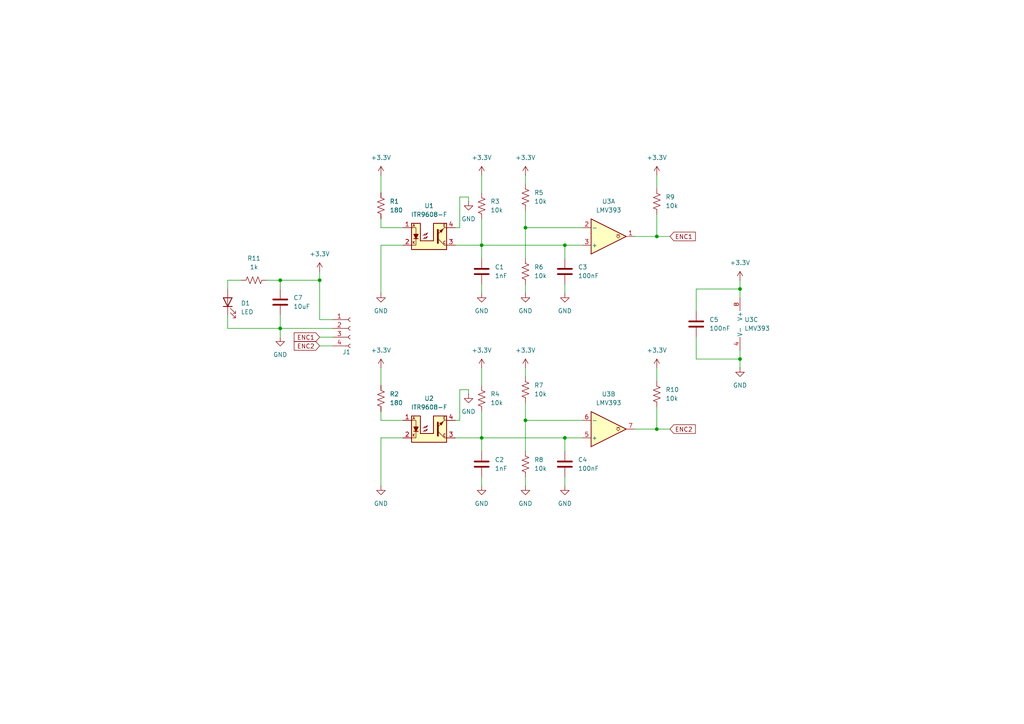
<source format=kicad_sch>
(kicad_sch (version 20250114) (generator "eeschema") (generator_version "9.0")
  (paper "A4")
  (title_block (title "IMU-RC Car Encoders Schematic") (date "2025-04-18") (rev "1") (company "ESTG-IPL"))
  (lib_symbols
    (symbol "Comparator:LMV393" (pin_names (offset 0.127))
      (property "Reference" "U" (at 3.81 3.81 0))
      (property "Value" "LMV393" (at 6.35 -3.81 0))
      (symbol "LMV393_1_1"
        (polyline (pts (xy -5.08 5.08) (xy 5.08 0) (xy -5.08 -5.08) (xy -5.08 5.08)) (stroke (width 0.254)) (fill (type background)))
        (polyline (pts (xy 3.302 -0.508) (xy 2.794 -0.508) (xy 3.302 0) (xy 2.794 0.508) (xy 2.286 0) (xy 2.794 -0.508) (xy 2.286 -0.508)) (stroke (width 0.127)))
        (pin input line (at -7.62 2.54 0) (length 2.54) (name "+") (number "3"))
        (pin input line (at -7.62 -2.54 0) (length 2.54) (name "-") (number "2"))
        (pin open_collector line (at 7.62 0 180) (length 2.54) (name "~") (number "1"))
      )
      (symbol "LMV393_2_1"
        (polyline (pts (xy -5.08 5.08) (xy 5.08 0) (xy -5.08 -5.08) (xy -5.08 5.08)) (stroke (width 0.254)) (fill (type background)))
        (polyline (pts (xy 3.302 -0.508) (xy 2.794 -0.508) (xy 3.302 0) (xy 2.794 0.508) (xy 2.286 0) (xy 2.794 -0.508) (xy 2.286 -0.508)) (stroke (width 0.127)))
        (pin input line (at -7.62 2.54 0) (length 2.54) (name "+") (number "5"))
        (pin input line (at -7.62 -2.54 0) (length 2.54) (name "-") (number "6"))
        (pin open_collector line (at 7.62 0 180) (length 2.54) (name "~") (number "7"))
      )
      (symbol "LMV393_3_1"
        (pin power_in line (at -2.54 7.62 270) (length 3.81) (name "V+") (number "8"))
        (pin power_in line (at -2.54 -7.62 90) (length 3.81) (name "V-") (number "4"))
      )
    )
    (symbol "Connector:Conn_01x04_Socket" (pin_names (offset 1.016) (hide yes))
      (property "Reference" "J" (at 0 5.08 0))
      (property "Value" "Conn_01x04_Socket" (at 0 -7.62 0))
      (symbol "Conn_01x04_Socket_1_1"
        (polyline (pts (xy -1.27 2.54) (xy -0.508 2.54)) (stroke (width 0.1524)))
        (polyline (pts (xy -1.27 0) (xy -0.508 0)) (stroke (width 0.1524)))
        (polyline (pts (xy -1.27 -2.54) (xy -0.508 -2.54)) (stroke (width 0.1524)))
        (polyline (pts (xy -1.27 -5.08) (xy -0.508 -5.08)) (stroke (width 0.1524)))
        (arc (start 0 2.032) (mid -0.5058 2.54) (end 0 3.048) (stroke (width 0.1524)))
        (arc (start 0 -0.508) (mid -0.5058 0) (end 0 0.508) (stroke (width 0.1524)))
        (arc (start 0 -3.048) (mid -0.5058 -2.54) (end 0 -2.032) (stroke (width 0.1524)))
        (arc (start 0 -5.588) (mid -0.5058 -5.08) (end 0 -4.572) (stroke (width 0.1524)))
        (pin passive line (at -5.08 2.54 0) (length 3.81) (name "Pin_1") (number "1"))
        (pin passive line (at -5.08 0 0) (length 3.81) (name "Pin_2") (number "2"))
        (pin passive line (at -5.08 -2.54 0) (length 3.81) (name "Pin_3") (number "3"))
        (pin passive line (at -5.08 -5.08 0) (length 3.81) (name "Pin_4") (number "4"))
      )
    )
    (symbol "Device:C" (pin_numbers (hide yes)) (pin_names (offset 0.254))
      (property "Reference" "C" (at 0.635 2.54 0))
      (property "Value" "C" (at 0.635 -2.54 0))
      (symbol "C_0_1"
        (polyline (pts (xy -2.032 0.762) (xy 2.032 0.762)) (stroke (width 0.508)))
        (polyline (pts (xy -2.032 -0.762) (xy 2.032 -0.762)) (stroke (width 0.508)))
      )
      (symbol "C_1_1"
        (pin passive line (at 0 3.81 270) (length 2.794) (name "~") (number "1"))
        (pin passive line (at 0 -3.81 90) (length 2.794) (name "~") (number "2"))
      )
    )
    (symbol "Device:LED" (pin_numbers (hide yes)) (pin_names (offset 1.016) (hide yes))
      (property "Reference" "D" (at 0 2.54 0))
      (property "Value" "LED" (at 0 -2.54 0))
      (symbol "LED_0_1"
        (polyline (pts (xy -3.048 -0.762) (xy -4.572 -2.286) (xy -3.81 -2.286) (xy -4.572 -2.286) (xy -4.572 -1.524)))
        (polyline (pts (xy -1.778 -0.762) (xy -3.302 -2.286) (xy -2.54 -2.286) (xy -3.302 -2.286) (xy -3.302 -1.524)))
        (polyline (pts (xy -1.27 0) (xy 1.27 0)))
        (polyline (pts (xy -1.27 -1.27) (xy -1.27 1.27)) (stroke (width 0.254)))
        (polyline (pts (xy 1.27 -1.27) (xy 1.27 1.27) (xy -1.27 0) (xy 1.27 -1.27)) (stroke (width 0.254)))
      )
      (symbol "LED_1_1"
        (pin passive line (at -3.81 0 0) (length 2.54) (name "K") (number "1"))
        (pin passive line (at 3.81 0 180) (length 2.54) (name "A") (number "2"))
      )
    )
    (symbol "Device:R_US" (pin_numbers (hide yes)) (pin_names (offset 0))
      (property "Reference" "R" (at 2.54 0 90))
      (property "Value" "R_US" (at -2.54 0 90))
      (symbol "R_US_0_1"
        (polyline (pts (xy 0 2.286) (xy 0 2.54)))
        (polyline (pts (xy 0 2.286) (xy 1.016 1.905) (xy 0 1.524) (xy -1.016 1.143) (xy 0 0.762)))
        (polyline (pts (xy 0 0.762) (xy 1.016 0.381) (xy 0 0) (xy -1.016 -0.381) (xy 0 -0.762)))
        (polyline (pts (xy 0 -0.762) (xy 1.016 -1.143) (xy 0 -1.524) (xy -1.016 -1.905) (xy 0 -2.286)))
        (polyline (pts (xy 0 -2.286) (xy 0 -2.54)))
      )
      (symbol "R_US_1_1"
        (pin passive line (at 0 3.81 270) (length 1.27) (name "~") (number "1"))
        (pin passive line (at 0 -3.81 90) (length 1.27) (name "~") (number "2"))
      )
    )
    (symbol "Sensor_Proximity:ITR9608-F"
      (property "Reference" "U" (at -5.08 5.08 0))
      (property "Value" "ITR9608-F" (at 0 -5.08 0))
      (symbol "ITR9608-F_0_0"
        (text "A" (at -4.445 3.175 0) (effects (font (size 0.762 0.762))))
        (text "K" (at -4.445 -1.778 0) (effects (font (size 0.762 0.762))))
        (text "E" (at 4.445 3.175 0) (effects (font (size 0.762 0.762))))
        (text "C" (at 4.445 -1.778 0) (effects (font (size 0.762 0.762))))
      )
      (symbol "ITR9608-F_0_1"
        (polyline (pts (xy -5.08 3.81) (xy -5.08 -3.81) (xy 5.08 -3.81) (xy 5.08 3.81) (xy 1.27 3.81) (xy 1.27 -1.27) (xy -2.54 -1.27) (xy -2.54 3.81) (xy -5.08 3.81)) (stroke (width 0.254)) (fill (type background)))
        (polyline (pts (xy -5.08 2.54) (xy -3.81 2.54) (xy -3.81 0.635)))
        (polyline (pts (xy -5.08 -2.54) (xy -3.81 -2.54) (xy -3.81 -0.635)))
        (polyline (pts (xy -4.445 -0.635) (xy -3.175 -0.635)) (stroke (width 0.254)))
        (polyline (pts (xy -3.81 -0.635) (xy -4.445 0.635) (xy -3.175 0.635) (xy -3.81 -0.635)) (stroke (width 0.254)) (fill (type outline)))
        (polyline (pts (xy -1.778 0.254) (xy -1.2446 0.762) (xy -1.2446 0.254) (xy -0.4826 1.016)))
        (polyline (pts (xy -1.778 -0.762) (xy -1.2446 -0.254) (xy -1.2446 -0.762) (xy -0.4826 0) (xy -0.9906 -0.254) (xy -0.7366 -0.508) (xy -0.4826 0)))
        (polyline (pts (xy -0.4826 1.016) (xy -0.9906 0.762) (xy -0.7366 0.508) (xy -0.4826 1.016)))
        (polyline (pts (xy 2.54 -0.635) (xy 4.445 -2.54)))
        (polyline (pts (xy 2.54 -1.905) (xy 2.54 1.905) (xy 2.54 1.905)) (stroke (width 0.508)))
        (polyline (pts (xy 3.048 1.651) (xy 3.556 1.143) (xy 4.064 2.159) (xy 3.048 1.651) (xy 3.048 1.651)) (fill (type outline)))
        (polyline (pts (xy 4.445 2.54) (xy 2.54 0.635)) (fill (type outline)))
        (polyline (pts (xy 4.445 2.54) (xy 5.08 2.54)))
        (polyline (pts (xy 4.445 -2.54) (xy 5.08 -2.54)))
      )
      (symbol "ITR9608-F_1_1"
        (pin passive line (at -7.62 2.54 0) (length 2.54) (name "~") (number "1"))
        (pin passive line (at -7.62 -2.54 0) (length 2.54) (name "~") (number "2"))
        (pin open_emitter line (at 7.62 2.54 180) (length 2.54) (name "~") (number "4"))
        (pin open_collector line (at 7.62 -2.54 180) (length 2.54) (name "~") (number "3"))
      )
    )
    (symbol "power:+3.3V" (power) (pin_numbers (hide yes)) (pin_names (offset 0) (hide yes))
      (property "Value" "+3.3V" (at 0 3.556 0))
      (symbol "+3.3V_0_1"
        (polyline (pts (xy -0.762 1.27) (xy 0 2.54)))
        (polyline (pts (xy 0 2.54) (xy 0.762 1.27)))
        (polyline (pts (xy 0 0) (xy 0 2.54)))
      )
      (symbol "+3.3V_1_1"
        (pin power_in line (at 0 0 90) (length 0) (name "~") (number "1"))
      )
    )
    (symbol "power:GND" (power) (pin_numbers (hide yes)) (pin_names (offset 0) (hide yes))
      (property "Value" "GND" (at 0 -3.81 0))
      (symbol "GND_0_1"
        (polyline (pts (xy 0 0) (xy 0 -1.27) (xy 1.27 -1.27) (xy 0 -2.54) (xy -1.27 -1.27) (xy 0 -1.27)))
      )
      (symbol "GND_1_1"
        (pin power_in line (at 0 0 270) (length 0) (name "~") (number "1"))
      )
    )
  )
  (junction (at 152.4 66.04))
  (junction (at 190.5 68.58))
  (junction (at 163.83 127))
  (junction (at 81.28 81.28))
  (junction (at 163.83 71.12))
  (junction (at 152.4 121.92))
  (junction (at 81.28 95.25))
  (junction (at 214.63 83.82))
  (junction (at 92.71 81.28))
  (junction (at 214.63 104.14))
  (junction (at 139.7 71.12))
  (junction (at 139.7 127))
  (junction (at 190.5 124.46))
  (wire (pts (xy 132.08 121.92) (xy 133.35 121.92)))
  (wire (pts (xy 110.49 140.97) (xy 110.49 127)))
  (wire (pts (xy 110.49 121.92) (xy 110.49 119.38)))
  (wire (pts (xy 214.63 104.14) (xy 214.63 106.68)))
  (wire (pts (xy 92.71 100.33) (xy 96.52 100.33)))
  (wire (pts (xy 190.5 124.46) (xy 190.5 118.11)))
  (wire (pts (xy 133.35 66.04) (xy 133.35 57.15)))
  (wire (pts (xy 201.93 90.17) (xy 201.93 83.82)))
  (wire (pts (xy 110.49 66.04) (xy 110.49 63.5)))
  (wire (pts (xy 139.7 71.12) (xy 139.7 74.93)))
  (wire (pts (xy 139.7 71.12) (xy 139.7 63.5)))
  (wire (pts (xy 110.49 71.12) (xy 116.84 71.12)))
  (wire (pts (xy 139.7 50.8) (xy 139.7 55.88)))
  (wire (pts (xy 139.7 127) (xy 139.7 119.38)))
  (wire (pts (xy 152.4 121.92) (xy 168.91 121.92)))
  (wire (pts (xy 96.52 92.71) (xy 92.71 92.71)))
  (wire (pts (xy 152.4 50.8) (xy 152.4 53.34)))
  (wire (pts (xy 133.35 121.92) (xy 133.35 113.03)))
  (wire (pts (xy 214.63 83.82) (xy 214.63 86.36)))
  (wire (pts (xy 184.15 124.46) (xy 190.5 124.46)))
  (wire (pts (xy 163.83 138.43) (xy 163.83 140.97)))
  (wire (pts (xy 139.7 127) (xy 139.7 130.81)))
  (wire (pts (xy 184.15 68.58) (xy 190.5 68.58)))
  (wire (pts (xy 163.83 127) (xy 163.83 130.81)))
  (wire (pts (xy 139.7 82.55) (xy 139.7 85.09)))
  (wire (pts (xy 135.89 113.03) (xy 135.89 114.3)))
  (wire (pts (xy 201.93 104.14) (xy 214.63 104.14)))
  (wire (pts (xy 152.4 116.84) (xy 152.4 121.92)))
  (wire (pts (xy 66.04 83.82) (xy 66.04 81.28)))
  (wire (pts (xy 190.5 50.8) (xy 190.5 54.61)))
  (wire (pts (xy 152.4 82.55) (xy 152.4 85.09)))
  (wire (pts (xy 163.83 127) (xy 168.91 127)))
  (wire (pts (xy 92.71 92.71) (xy 92.71 81.28)))
  (wire (pts (xy 135.89 57.15) (xy 135.89 58.42)))
  (wire (pts (xy 110.49 106.68) (xy 110.49 111.76)))
  (wire (pts (xy 132.08 71.12) (xy 139.7 71.12)))
  (wire (pts (xy 81.28 81.28) (xy 92.71 81.28)))
  (wire (pts (xy 139.7 138.43) (xy 139.7 140.97)))
  (wire (pts (xy 152.4 66.04) (xy 168.91 66.04)))
  (wire (pts (xy 152.4 106.68) (xy 152.4 109.22)))
  (wire (pts (xy 152.4 121.92) (xy 152.4 130.81)))
  (wire (pts (xy 201.93 97.79) (xy 201.93 104.14)))
  (wire (pts (xy 190.5 106.68) (xy 190.5 110.49)))
  (wire (pts (xy 201.93 83.82) (xy 214.63 83.82)))
  (wire (pts (xy 116.84 66.04) (xy 110.49 66.04)))
  (wire (pts (xy 133.35 57.15) (xy 135.89 57.15)))
  (wire (pts (xy 214.63 81.28) (xy 214.63 83.82)))
  (wire (pts (xy 92.71 97.79) (xy 96.52 97.79)))
  (wire (pts (xy 190.5 124.46) (xy 194.31 124.46)))
  (wire (pts (xy 190.5 68.58) (xy 190.5 62.23)))
  (wire (pts (xy 66.04 95.25) (xy 81.28 95.25)))
  (wire (pts (xy 152.4 138.43) (xy 152.4 140.97)))
  (wire (pts (xy 81.28 91.44) (xy 81.28 95.25)))
  (wire (pts (xy 116.84 121.92) (xy 110.49 121.92)))
  (wire (pts (xy 163.83 71.12) (xy 168.91 71.12)))
  (wire (pts (xy 132.08 66.04) (xy 133.35 66.04)))
  (wire (pts (xy 132.08 127) (xy 139.7 127)))
  (wire (pts (xy 66.04 91.44) (xy 66.04 95.25)))
  (wire (pts (xy 110.49 50.8) (xy 110.49 55.88)))
  (wire (pts (xy 163.83 71.12) (xy 163.83 74.93)))
  (wire (pts (xy 66.04 81.28) (xy 69.85 81.28)))
  (wire (pts (xy 152.4 66.04) (xy 152.4 74.93)))
  (wire (pts (xy 81.28 95.25) (xy 96.52 95.25)))
  (wire (pts (xy 110.49 127) (xy 116.84 127)))
  (wire (pts (xy 190.5 68.58) (xy 194.31 68.58)))
  (wire (pts (xy 133.35 113.03) (xy 135.89 113.03)))
  (wire (pts (xy 152.4 60.96) (xy 152.4 66.04)))
  (wire (pts (xy 81.28 97.79) (xy 81.28 95.25)))
  (wire (pts (xy 110.49 71.12) (xy 110.49 85.09)))
  (wire (pts (xy 214.63 104.14) (xy 214.63 101.6)))
  (wire (pts (xy 139.7 127) (xy 163.83 127)))
  (wire (pts (xy 77.47 81.28) (xy 81.28 81.28)))
  (wire (pts (xy 139.7 106.68) (xy 139.7 111.76)))
  (wire (pts (xy 139.7 71.12) (xy 163.83 71.12)))
  (wire (pts (xy 92.71 81.28) (xy 92.71 78.74)))
  (wire (pts (xy 163.83 82.55) (xy 163.83 85.09)))
  (wire (pts (xy 81.28 83.82) (xy 81.28 81.28)))
  (global_label "ENC1" (shape input) (at 194.31 68.58 0) (property "Intersheetrefs" "${INTERSHEET_REFS}" (effects (hide yes))))
  (global_label "ENC1" (shape input) (at 92.71 97.79 180) (property "Intersheetrefs" "${INTERSHEET_REFS}" (effects (hide yes))))
  (global_label "ENC2" (shape input) (at 92.71 100.33 180) (property "Intersheetrefs" "${INTERSHEET_REFS}" (effects (hide yes))))
  (global_label "ENC2" (shape input) (at 194.31 124.46 0) (property "Intersheetrefs" "${INTERSHEET_REFS}" (effects (hide yes))))
  (symbol (lib_id "power:GND") (at 163.83 140.97 0) (unit 1)
    (property "Reference" "#PWR016" (effects (hide yes)))
    (property "Value" "GND" (at 163.83 146.05 0))
    (property "Description" "Power symbol creates a global label with name \"GND\" , ground" (effects (hide yes)))
  )
  (symbol (lib_id "Device:R_US") (at 110.49 115.57 0) (unit 1)
    (property "Reference" "R2" (at 113.03 114.2999 0) (effects (justify left)))
    (property "Value" "180" (at 113.03 116.8399 0) (effects (justify left)))
    (property "Footprint" "Resistor_SMD:R_0805_2012Metric" (effects (hide yes)))
    (property "Description" "Resistor, US symbol" (effects (hide yes)))
  )
  (symbol (lib_id "Device:C") (at 139.7 78.74 0) (unit 1)
    (property "Reference" "C1" (at 143.51 77.4699 0) (effects (justify left)))
    (property "Value" "1nF" (at 143.51 80.0099 0) (effects (justify left)))
    (property "Footprint" "Capacitor_SMD:C_0805_2012Metric" (effects (hide yes)))
    (property "Description" "Unpolarized capacitor" (effects (hide yes)))
  )
  (symbol (lib_id "Comparator:LMV393") (at 176.53 68.58 0) (mirror x) (unit 1)
    (property "Reference" "U3" (at 176.53 58.42 0))
    (property "Value" "LMV393" (at 176.53 60.96 0))
    (property "Footprint" "Package_SO:SOIC-8_3.9x4.9mm_P1.27mm" (effects (hide yes)))
    (property "Datasheet" "http://www.ti.com/lit/ds/symlink/lmv331.pdf" (effects (hide yes)))
    (property "Description" "Dual General-Purpose Low-Voltage Comparator, SOIC-8/TSSOP-8/VSSOP-8" (effects (hide yes)))
  )
  (symbol (lib_id "Device:R_US") (at 110.49 59.69 0) (unit 1)
    (property "Reference" "R1" (at 113.03 58.4199 0) (effects (justify left)))
    (property "Value" "180" (at 113.03 60.9599 0) (effects (justify left)))
    (property "Footprint" "Resistor_SMD:R_0805_2012Metric" (effects (hide yes)))
    (property "Description" "Resistor, US symbol" (effects (hide yes)))
  )
  (symbol (lib_id "power:GND") (at 152.4 85.09 0) (unit 1)
    (property "Reference" "#PWR012" (effects (hide yes)))
    (property "Value" "GND" (at 152.4 90.17 0))
    (property "Description" "Power symbol creates a global label with name \"GND\" , ground" (effects (hide yes)))
  )
  (symbol (lib_id "power:GND") (at 139.7 85.09 0) (unit 1)
    (property "Reference" "#PWR09" (effects (hide yes)))
    (property "Value" "GND" (at 139.7 90.17 0))
    (property "Description" "Power symbol creates a global label with name \"GND\" , ground" (effects (hide yes)))
  )
  (symbol (lib_id "Comparator:LMV393") (at 217.17 93.98 0) (unit 3)
    (property "Reference" "U3" (at 215.9 92.7099 0) (effects (justify left)))
    (property "Value" "LMV393" (at 215.9 95.2499 0) (effects (justify left)))
    (property "Footprint" "Package_SO:SOIC-8_3.9x4.9mm_P1.27mm" (effects (hide yes)))
    (property "Datasheet" "http://www.ti.com/lit/ds/symlink/lmv331.pdf" (effects (hide yes)))
    (property "Description" "Dual General-Purpose Low-Voltage Comparator, SOIC-8/TSSOP-8/VSSOP-8" (effects (hide yes)))
  )
  (symbol (lib_id "Device:R_US") (at 73.66 81.28 90) (unit 1)
    (property "Reference" "R11" (at 73.66 74.93 90))
    (property "Value" "1k" (at 73.66 77.47 90))
    (property "Footprint" "Resistor_SMD:R_0805_2012Metric" (effects (hide yes)))
    (property "Description" "Resistor, US symbol" (effects (hide yes)))
  )
  (symbol (lib_id "power:+3.3V") (at 214.63 81.28 0) (unit 1)
    (property "Reference" "#PWR020" (effects (hide yes)))
    (property "Value" "+3.3V" (at 214.63 76.2 0))
    (property "Description" "Power symbol creates a global label with name \"+3.3V\"" (effects (hide yes)))
  )
  (symbol (lib_id "power:+3.3V") (at 152.4 106.68 0) (unit 1)
    (property "Reference" "#PWR013" (effects (hide yes)))
    (property "Value" "+3.3V" (at 152.4 101.6 0))
    (property "Description" "Power symbol creates a global label with name \"+3.3V\"" (effects (hide yes)))
  )
  (symbol (lib_id "power:+3.3V") (at 190.5 50.8 0) (unit 1)
    (property "Reference" "#PWR017" (effects (hide yes)))
    (property "Value" "+3.3V" (at 190.5 45.72 0))
    (property "Description" "Power symbol creates a global label with name \"+3.3V\"" (effects (hide yes)))
  )
  (symbol (lib_id "power:GND") (at 110.49 85.09 0) (unit 1)
    (property "Reference" "#PWR02" (effects (hide yes)))
    (property "Value" "GND" (at 110.49 90.17 0))
    (property "Description" "Power symbol creates a global label with name \"GND\" , ground" (effects (hide yes)))
  )
  (symbol (lib_id "power:GND") (at 135.89 58.42 0) (unit 1)
    (property "Reference" "#PWR06" (effects (hide yes)))
    (property "Value" "GND" (at 135.89 63.5 0))
    (property "Description" "Power symbol creates a global label with name \"GND\" , ground" (effects (hide yes)))
  )
  (symbol (lib_id "Device:C") (at 201.93 93.98 0) (unit 1)
    (property "Reference" "C5" (at 205.74 92.7099 0) (effects (justify left)))
    (property "Value" "100nF" (at 205.74 95.2499 0) (effects (justify left)))
    (property "Footprint" "Capacitor_SMD:C_0805_2012Metric" (effects (hide yes)))
    (property "Description" "Unpolarized capacitor" (effects (hide yes)))
  )
  (symbol (lib_id "power:GND") (at 214.63 106.68 0) (unit 1)
    (property "Reference" "#PWR021" (effects (hide yes)))
    (property "Value" "GND" (at 214.63 111.76 0))
    (property "Description" "Power symbol creates a global label with name \"GND\" , ground" (effects (hide yes)))
  )
  (symbol (lib_id "Connector:Conn_01x04_Socket") (at 101.6 95.25 0) (unit 1)
    (property "Reference" "J1" (at 99.314 102.108 0) (effects (justify left)))
    (property "Value" "Conn_01x04_Socket" (effects (hide yes)))
    (property "Footprint" "IMURCLibrary:JST_PH_S4B-PH-SM4-TB_1x04-1MP_P2.00mm_Horizontal" (effects (hide yes)))
    (property "Description" "Generic connector, single row, 01x04, script generated" (effects (hide yes)))
  )
  (symbol (lib_id "Device:R_US") (at 139.7 59.69 0) (unit 1)
    (property "Reference" "R3" (at 142.24 58.4199 0) (effects (justify left)))
    (property "Value" "10k" (at 142.24 60.9599 0) (effects (justify left)))
    (property "Footprint" "Resistor_SMD:R_0805_2012Metric" (effects (hide yes)))
    (property "Description" "Resistor, US symbol" (effects (hide yes)))
  )
  (symbol (lib_id "Device:LED") (at 66.04 87.63 90) (unit 1)
    (property "Reference" "D1" (at 69.85 87.9474 90) (effects (justify right)))
    (property "Value" "LED" (at 69.85 90.4874 90) (effects (justify right)))
    (property "Footprint" "LED_SMD:LED_0805_2012Metric" (effects (hide yes)))
    (property "Description" "Light emitting diode" (effects (hide yes)))
  )
  (symbol (lib_id "power:GND") (at 135.89 114.3 0) (unit 1)
    (property "Reference" "#PWR08" (effects (hide yes)))
    (property "Value" "GND" (at 135.89 119.38 0))
    (property "Description" "Power symbol creates a global label with name \"GND\" , ground" (effects (hide yes)))
  )
  (symbol (lib_id "Device:C") (at 139.7 134.62 0) (unit 1)
    (property "Reference" "C2" (at 143.51 133.3499 0) (effects (justify left)))
    (property "Value" "1nF" (at 143.51 135.8899 0) (effects (justify left)))
    (property "Footprint" "Capacitor_SMD:C_0805_2012Metric" (effects (hide yes)))
    (property "Description" "Unpolarized capacitor" (effects (hide yes)))
  )
  (symbol (lib_id "Device:C") (at 81.28 87.63 0) (unit 1)
    (property "Reference" "C7" (at 85.09 86.3599 0) (effects (justify left)))
    (property "Value" "10uF" (at 85.09 88.8999 0) (effects (justify left)))
    (property "Footprint" "Capacitor_SMD:C_0805_2012Metric" (effects (hide yes)))
    (property "Description" "Unpolarized capacitor" (effects (hide yes)))
  )
  (symbol (lib_id "Device:R_US") (at 139.7 115.57 0) (unit 1)
    (property "Reference" "R4" (at 142.24 114.2999 0) (effects (justify left)))
    (property "Value" "10k" (at 142.24 116.8399 0) (effects (justify left)))
    (property "Footprint" "Resistor_SMD:R_0805_2012Metric" (effects (hide yes)))
    (property "Description" "Resistor, US symbol" (effects (hide yes)))
  )
  (symbol (lib_id "power:+3.3V") (at 190.5 106.68 0) (unit 1)
    (property "Reference" "#PWR018" (effects (hide yes)))
    (property "Value" "+3.3V" (at 190.5 101.6 0))
    (property "Description" "Power symbol creates a global label with name \"+3.3V\"" (effects (hide yes)))
  )
  (symbol (lib_id "power:+3.3V") (at 139.7 106.68 0) (unit 1)
    (property "Reference" "#PWR07" (effects (hide yes)))
    (property "Value" "+3.3V" (at 139.7 101.6 0))
    (property "Description" "Power symbol creates a global label with name \"+3.3V\"" (effects (hide yes)))
  )
  (symbol (lib_id "power:+3.3V") (at 110.49 106.68 0) (unit 1)
    (property "Reference" "#PWR03" (effects (hide yes)))
    (property "Value" "+3.3V" (at 110.49 101.6 0))
    (property "Description" "Power symbol creates a global label with name \"+3.3V\"" (effects (hide yes)))
  )
  (symbol (lib_id "Sensor_Proximity:ITR9608-F") (at 124.46 68.58 0) (unit 1)
    (property "Reference" "U1" (at 124.46 59.69 0))
    (property "Value" "ITR9608-F" (at 124.46 62.23 0))
    (property "Footprint" "OptoDevice:Everlight_ITR9608-F" (effects (hide yes)))
    (property "Datasheet" "https://www.everlighteurope.com/custom/files/datasheets/DRX-0000076.pdf" (effects (hide yes)))
    (property "Description" "Photointerrupter infrared LED with photo IC, -25 to +85 degree Celsius" (effects (hide yes)))
  )
  (symbol (lib_id "Device:R_US") (at 190.5 58.42 0) (unit 1)
    (property "Reference" "R9" (at 193.04 57.1499 0) (effects (justify left)))
    (property "Value" "10k" (at 193.04 59.6899 0) (effects (justify left)))
    (property "Footprint" "Resistor_SMD:R_0805_2012Metric" (effects (hide yes)))
    (property "Description" "Resistor, US symbol" (effects (hide yes)))
  )
  (symbol (lib_id "power:GND") (at 139.7 140.97 0) (unit 1)
    (property "Reference" "#PWR010" (effects (hide yes)))
    (property "Value" "GND" (at 139.7 146.05 0))
    (property "Description" "Power symbol creates a global label with name \"GND\" , ground" (effects (hide yes)))
  )
  (symbol (lib_id "Device:R_US") (at 190.5 114.3 0) (unit 1)
    (property "Reference" "R10" (at 193.04 113.0299 0) (effects (justify left)))
    (property "Value" "10k" (at 193.04 115.5699 0) (effects (justify left)))
    (property "Footprint" "Resistor_SMD:R_0805_2012Metric" (effects (hide yes)))
    (property "Description" "Resistor, US symbol" (effects (hide yes)))
  )
  (symbol (lib_id "power:+3.3V") (at 152.4 50.8 0) (unit 1)
    (property "Reference" "#PWR011" (effects (hide yes)))
    (property "Value" "+3.3V" (at 152.4 45.72 0))
    (property "Description" "Power symbol creates a global label with name \"+3.3V\"" (effects (hide yes)))
  )
  (symbol (lib_id "power:+3.3V") (at 110.49 50.8 0) (unit 1)
    (property "Reference" "#PWR01" (effects (hide yes)))
    (property "Value" "+3.3V" (at 110.49 45.72 0))
    (property "Description" "Power symbol creates a global label with name \"+3.3V\"" (effects (hide yes)))
  )
  (symbol (lib_id "Device:R_US") (at 152.4 57.15 0) (unit 1)
    (property "Reference" "R5" (at 154.94 55.8799 0) (effects (justify left)))
    (property "Value" "10k" (at 154.94 58.4199 0) (effects (justify left)))
    (property "Footprint" "Resistor_SMD:R_0805_2012Metric" (effects (hide yes)))
    (property "Description" "Resistor, US symbol" (effects (hide yes)))
  )
  (symbol (lib_id "Device:C") (at 163.83 134.62 0) (unit 1)
    (property "Reference" "C4" (at 167.64 133.3499 0) (effects (justify left)))
    (property "Value" "100nF" (at 167.64 135.8899 0) (effects (justify left)))
    (property "Footprint" "Capacitor_SMD:C_0805_2012Metric" (effects (hide yes)))
    (property "Description" "Unpolarized capacitor" (effects (hide yes)))
  )
  (symbol (lib_id "power:GND") (at 81.28 97.79 0) (unit 1)
    (property "Reference" "#PWR019" (effects (hide yes)))
    (property "Value" "GND" (at 81.28 102.87 0))
    (property "Description" "Power symbol creates a global label with name \"GND\" , ground" (effects (hide yes)))
  )
  (symbol (lib_id "power:GND") (at 163.83 85.09 0) (unit 1)
    (property "Reference" "#PWR015" (effects (hide yes)))
    (property "Value" "GND" (at 163.83 90.17 0))
    (property "Description" "Power symbol creates a global label with name \"GND\" , ground" (effects (hide yes)))
  )
  (symbol (lib_id "power:+3.3V") (at 92.71 78.74 0) (unit 1)
    (property "Reference" "#PWR022" (effects (hide yes)))
    (property "Value" "+3.3V" (at 92.71 73.66 0))
    (property "Description" "Power symbol creates a global label with name \"+3.3V\"" (effects (hide yes)))
  )
  (symbol (lib_id "Comparator:LMV393") (at 176.53 124.46 0) (mirror x) (unit 2)
    (property "Reference" "U3" (at 176.53 114.3 0))
    (property "Value" "LMV393" (at 176.53 116.84 0))
    (property "Footprint" "Package_SO:SOIC-8_3.9x4.9mm_P1.27mm" (effects (hide yes)))
    (property "Datasheet" "http://www.ti.com/lit/ds/symlink/lmv331.pdf" (effects (hide yes)))
    (property "Description" "Dual General-Purpose Low-Voltage Comparator, SOIC-8/TSSOP-8/VSSOP-8" (effects (hide yes)))
  )
  (symbol (lib_id "power:+3.3V") (at 139.7 50.8 0) (unit 1)
    (property "Reference" "#PWR05" (effects (hide yes)))
    (property "Value" "+3.3V" (at 139.7 45.72 0))
    (property "Description" "Power symbol creates a global label with name \"+3.3V\"" (effects (hide yes)))
  )
  (symbol (lib_id "Device:R_US") (at 152.4 134.62 0) (unit 1)
    (property "Reference" "R8" (at 154.94 133.3499 0) (effects (justify left)))
    (property "Value" "10k" (at 154.94 135.8899 0) (effects (justify left)))
    (property "Footprint" "Resistor_SMD:R_0805_2012Metric" (effects (hide yes)))
    (property "Description" "Resistor, US symbol" (effects (hide yes)))
  )
  (symbol (lib_id "Device:C") (at 163.83 78.74 0) (unit 1)
    (property "Reference" "C3" (at 167.64 77.4699 0) (effects (justify left)))
    (property "Value" "100nF" (at 167.64 80.0099 0) (effects (justify left)))
    (property "Footprint" "Capacitor_SMD:C_0805_2012Metric" (effects (hide yes)))
    (property "Description" "Unpolarized capacitor" (effects (hide yes)))
  )
  (symbol (lib_id "Sensor_Proximity:ITR9608-F") (at 124.46 124.46 0) (unit 1)
    (property "Reference" "U2" (at 124.46 115.57 0))
    (property "Value" "ITR9608-F" (at 124.46 118.11 0))
    (property "Footprint" "OptoDevice:Everlight_ITR9608-F" (effects (hide yes)))
    (property "Datasheet" "https://www.everlighteurope.com/custom/files/datasheets/DRX-0000076.pdf" (effects (hide yes)))
    (property "Description" "Photointerrupter infrared LED with photo IC, -25 to +85 degree Celsius" (effects (hide yes)))
  )
  (symbol (lib_id "power:GND") (at 110.49 140.97 0) (unit 1)
    (property "Reference" "#PWR04" (effects (hide yes)))
    (property "Value" "GND" (at 110.49 146.05 0))
    (property "Description" "Power symbol creates a global label with name \"GND\" , ground" (effects (hide yes)))
  )
  (symbol (lib_id "power:GND") (at 152.4 140.97 0) (unit 1)
    (property "Reference" "#PWR014" (effects (hide yes)))
    (property "Value" "GND" (at 152.4 146.05 0))
    (property "Description" "Power symbol creates a global label with name \"GND\" , ground" (effects (hide yes)))
  )
  (symbol (lib_id "Device:R_US") (at 152.4 113.03 0) (unit 1)
    (property "Reference" "R7" (at 154.94 111.7599 0) (effects (justify left)))
    (property "Value" "10k" (at 154.94 114.2999 0) (effects (justify left)))
    (property "Footprint" "Resistor_SMD:R_0805_2012Metric" (effects (hide yes)))
    (property "Description" "Resistor, US symbol" (effects (hide yes)))
  )
  (symbol (lib_id "Device:R_US") (at 152.4 78.74 0) (unit 1)
    (property "Reference" "R6" (at 154.94 77.4699 0) (effects (justify left)))
    (property "Value" "10k" (at 154.94 80.0099 0) (effects (justify left)))
    (property "Footprint" "Resistor_SMD:R_0805_2012Metric" (effects (hide yes)))
    (property "Description" "Resistor, US symbol" (effects (hide yes)))
  )
)
</source>
